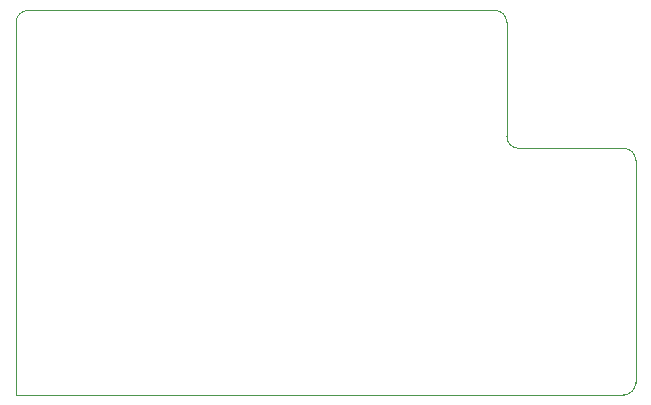
<source format=gbr>
%TF.GenerationSoftware,KiCad,Pcbnew,(6.0.1)*%
%TF.CreationDate,2023-03-02T19:10:53-05:00*%
%TF.ProjectId,PCBFiles_Gateway,50434246-696c-4657-935f-476174657761,rev?*%
%TF.SameCoordinates,Original*%
%TF.FileFunction,Profile,NP*%
%FSLAX46Y46*%
G04 Gerber Fmt 4.6, Leading zero omitted, Abs format (unit mm)*
G04 Created by KiCad (PCBNEW (6.0.1)) date 2023-03-02 19:10:53*
%MOMM*%
%LPD*%
G01*
G04 APERTURE LIST*
%TA.AperFunction,Profile*%
%ADD10C,0.100000*%
%TD*%
G04 APERTURE END LIST*
D10*
X127327107Y-81360000D02*
G75*
G03*
X126327107Y-82360000I-1J-999999D01*
G01*
X167870000Y-92030000D02*
X167860000Y-82360000D01*
X177770000Y-113900000D02*
X126325000Y-113900000D01*
X126325000Y-113900000D02*
X126327107Y-82360000D01*
X178770000Y-112900000D02*
X178770000Y-94030000D01*
X127327107Y-81360000D02*
X166850000Y-81360000D01*
X178770000Y-94030000D02*
G75*
G03*
X177770000Y-93030000I-999999J1D01*
G01*
X177770000Y-113900000D02*
G75*
G03*
X178770000Y-112900000I1J999999D01*
G01*
X177770000Y-93030000D02*
X168870000Y-93030000D01*
X167870000Y-92030000D02*
G75*
G03*
X168870000Y-93030000I999999J-1D01*
G01*
X167860001Y-82360000D02*
G75*
G03*
X166850000Y-81360000I-1000048J2D01*
G01*
M02*

</source>
